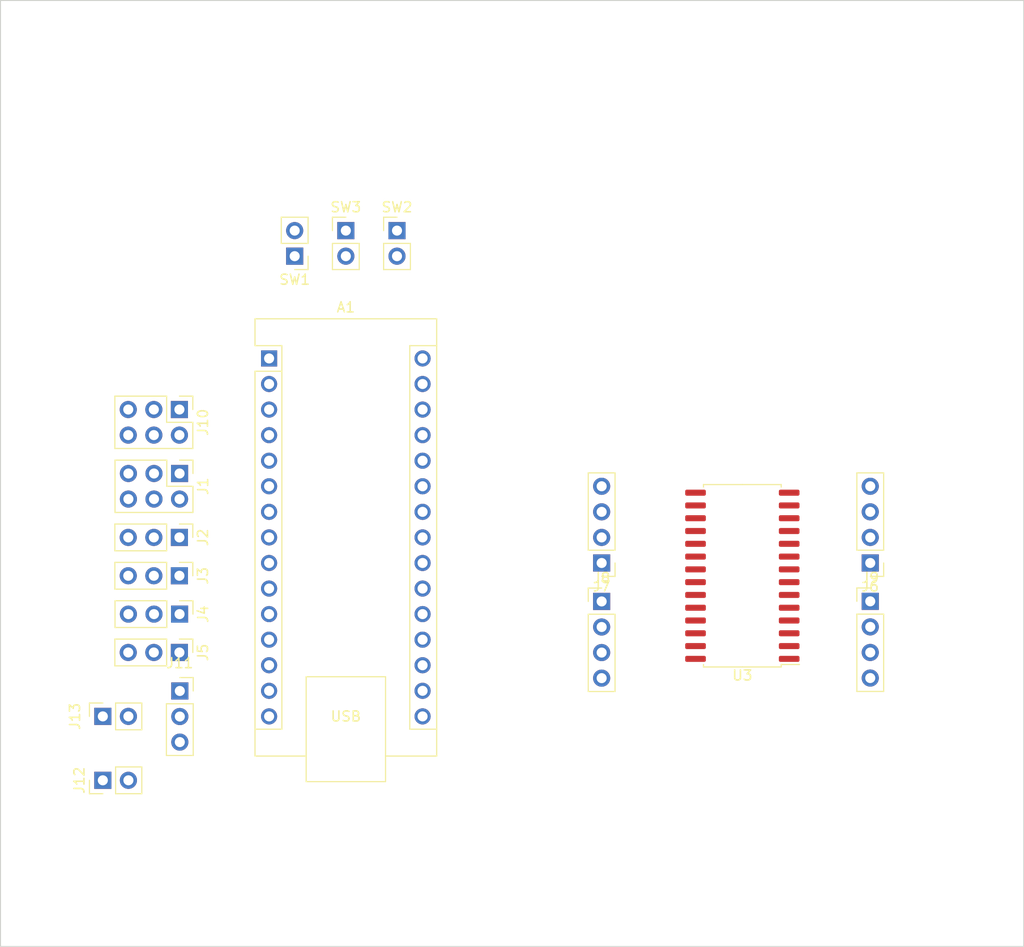
<source format=kicad_pcb>
(kicad_pcb (version 20221018) (generator pcbnew)
  (layers (0 "F.Cu" signal) (31 "B.Cu" signal) (34 "B.Paste" user) (35 "F.Paste" user) (36 "B.SilkS" user "B.Silkscreen") (37 "F.SilkS" user "F.Silkscreen") (38 "B.Mask" user) (39 "F.Mask" user) (44 "Edge.Cuts" user))
  (net 0 "")
  (net 3 "Net-(A1-~{RESET}-Pad3)")
  (net 4 "GND")
  (net 5 "Net-(A1-D2)")
  (net 6 "Net-(A1-D3)")
  (net 7 "Net-(A1-D4)")
  (net 8 "Net-(A1-D5)")
  (net 9 "Net-(A1-D6)")
  (net 10 "Net-(A1-D7)")
  (net 11 "Net-(A1-D8)")
  (net 12 "Net-(A1-D9)")
  (net 13 "Net-(A1-D10)")
  (net 14 "Net-(A1-D11)")
  (net 15 "Net-(A1-D12)")
  (net 16 "Net-(A1-D13)")
  (net 19 "Net-(A1-A0)")
  (net 20 "Net-(A1-A1)")
  (net 21 "Net-(A1-A2)")
  (net 22 "Net-(A1-A3)")
  (net 23 "Net-(A1-A4)")
  (net 24 "Net-(A1-A5)")
  (net 25 "Net-(A1-A6)")
  (net 26 "Net-(A1-A7)")
  (net 30 "+5V")
  (net 31 "Net-(J6-Pin_1)")
  (net 32 "Net-(J6-Pin_2)")
  (net 33 "Net-(J6-Pin_3)")
  (net 34 "Net-(J6-Pin_4)")
  (net 35 "Net-(J7-Pin_1)")
  (net 36 "Net-(J7-Pin_2)")
  (net 37 "Net-(J7-Pin_3)")
  (net 38 "Net-(J7-Pin_4)")
  (net 39 "Net-(J8-Pin_1)")
  (net 40 "Net-(J8-Pin_2)")
  (net 41 "Net-(J8-Pin_3)")
  (net 42 "Net-(J8-Pin_4)")
  (net 43 "Net-(J9-Pin_1)")
  (net 44 "Net-(J9-Pin_2)")
  (net 45 "Net-(J9-Pin_3)")
  (net 46 "Net-(J9-Pin_4)")
  (footprint "Connector_PinSocket_2.54mm:PinSocket_1x02_P2.54mm_Vertical" (layer "F.Cu") (at 147.32 115.57 90)
    (fp_text reference "J13" (at 0 -2.77 90) (layer "F.SilkS"))
    (fp_text value "Conn_MAX_Pwr")
    (fp_line (start -1.33 1.27) (end -1.33 3.87) (stroke (width 0.12)) (layer "F.SilkS"))
    (fp_line (start -1.33 1.27) (end 1.33 1.27) (stroke (width 0.12)) (layer "F.SilkS"))
    (fp_line (start -1.33 3.87) (end 1.33 3.87) (stroke (width 0.12)) (layer "F.SilkS"))
    (fp_line (start 0 -1.33) (end 1.33 -1.33) (stroke (width 0.12)) (layer "F.SilkS"))
    (fp_line (start 1.33 -1.33) (end 1.33 0) (stroke (width 0.12)) (layer "F.SilkS"))
    (fp_line (start 1.33 1.27) (end 1.33 3.87) (stroke (width 0.12)) (layer "F.SilkS"))
    (pad "1" thru_hole rect (at 0 0 90) (size 1.7 1.7) (drill 1) (layers "*.Cu" "*.Mask") (net 4 "GND"))
    (pad "2" thru_hole oval (at 0 2.54 90) (size 1.7 1.7) (drill 1) (layers "*.Cu" "*.Mask") (net 30 "+5V"))
  )
  (footprint "Connector_PinHeader_2.54mm:PinHeader_1x02_P2.54mm_Vertical" (layer "F.Cu") (at 176.53 67.31)
    (fp_text reference "SW2" (at 0 -2.33) (layer "F.SilkS"))
    (fp_text value "Zeroize Button")
    (fp_line (start -1.33 -1.33) (end 0 -1.33) (stroke (width 0.12)) (layer "F.SilkS"))
    (fp_line (start -1.33 0) (end -1.33 -1.33) (stroke (width 0.12)) (layer "F.SilkS"))
    (fp_line (start -1.33 1.27) (end -1.33 3.87) (stroke (width 0.12)) (layer "F.SilkS"))
    (fp_line (start -1.33 1.27) (end 1.33 1.27) (stroke (width 0.12)) (layer "F.SilkS"))
    (fp_line (start -1.33 3.87) (end 1.33 3.87) (stroke (width 0.12)) (layer "F.SilkS"))
    (fp_line (start 1.33 1.27) (end 1.33 3.87) (stroke (width 0.12)) (layer "F.SilkS"))
    (pad "1" thru_hole rect (at 0 0) (size 1.7 1.7) (drill 1) (layers "*.Cu" "*.Mask") (net 4 "GND"))
    (pad "2" thru_hole oval (at 0 2.54) (size 1.7 1.7) (drill 1) (layers "*.Cu" "*.Mask") (net 25 "Net-(A1-A6)"))
  )
  (footprint "Connector_PinHeader_2.54mm:PinHeader_1x04_P2.54mm_Vertical" (layer "F.Cu") (at 223.52 104.14)
    (fp_text reference "J9" (at 0 -2.33) (layer "F.SilkS"))
    (fp_text value "Conn_MOT_A")
    (fp_line (start -1.33 -1.33) (end 0 -1.33) (stroke (width 0.12)) (layer "F.SilkS"))
    (fp_line (start -1.33 0) (end -1.33 -1.33) (stroke (width 0.12)) (layer "F.SilkS"))
    (fp_line (start -1.33 1.27) (end -1.33 8.95) (stroke (width 0.12)) (layer "F.SilkS"))
    (fp_line (start -1.33 1.27) (end 1.33 1.27) (stroke (width 0.12)) (layer "F.SilkS"))
    (fp_line (start -1.33 8.95) (end 1.33 8.95) (stroke (width 0.12)) (layer "F.SilkS"))
    (fp_line (start 1.33 1.27) (end 1.33 8.95) (stroke (width 0.12)) (layer "F.SilkS"))
    (pad "1" thru_hole rect (at 0 0) (size 1.7 1.7) (drill 1) (layers "*.Cu" "*.Mask") (net 43 "Net-(J9-Pin_1)"))
    (pad "2" thru_hole oval (at 0 2.54) (size 1.7 1.7) (drill 1) (layers "*.Cu" "*.Mask") (net 44 "Net-(J9-Pin_2)"))
    (pad "3" thru_hole oval (at 0 5.08) (size 1.7 1.7) (drill 1) (layers "*.Cu" "*.Mask") (net 45 "Net-(J9-Pin_3)"))
    (pad "4" thru_hole oval (at 0 7.62) (size 1.7 1.7) (drill 1) (layers "*.Cu" "*.Mask") (net 46 "Net-(J9-Pin_4)"))
  )
  (footprint "Connector_PinSocket_2.54mm:PinSocket_1x03_P2.54mm_Vertical" (layer "F.Cu") (at 154.965 113.045)
    (fp_text reference "J11" (at 0 -2.77) (layer "F.SilkS"))
    (fp_text value "Conn_MAX7219")
    (fp_line (start -1.33 1.27) (end -1.33 6.41) (stroke (width 0.12)) (layer "F.SilkS"))
    (fp_line (start -1.33 1.27) (end 1.33 1.27) (stroke (width 0.12)) (layer "F.SilkS"))
    (fp_line (start -1.33 6.41) (end 1.33 6.41) (stroke (width 0.12)) (layer "F.SilkS"))
    (fp_line (start 0 -1.33) (end 1.33 -1.33) (stroke (width 0.12)) (layer "F.SilkS"))
    (fp_line (start 1.33 -1.33) (end 1.33 0) (stroke (width 0.12)) (layer "F.SilkS"))
    (fp_line (start 1.33 1.27) (end 1.33 6.41) (stroke (width 0.12)) (layer "F.SilkS"))
    (pad "1" thru_hole rect (at 0 0) (size 1.7 1.7) (drill 1) (layers "*.Cu" "*.Mask") (net 13 "Net-(A1-D10)"))
    (pad "2" thru_hole oval (at 0 2.54) (size 1.7 1.7) (drill 1) (layers "*.Cu" "*.Mask") (net 14 "Net-(A1-D11)"))
    (pad "3" thru_hole oval (at 0 5.08) (size 1.7 1.7) (drill 1) (layers "*.Cu" "*.Mask") (net 15 "Net-(A1-D12)"))
  )
  (footprint "Connector_PinHeader_2.54mm:PinHeader_1x02_P2.54mm_Vertical" (layer "F.Cu") (at 166.37 69.85 180)
    (fp_text reference "SW1" (at 0 -2.33) (layer "F.SilkS"))
    (fp_text value "Reset Button")
    (fp_line (start -1.33 -1.33) (end 0 -1.33) (stroke (width 0.12)) (layer "F.SilkS"))
    (fp_line (start -1.33 0) (end -1.33 -1.33) (stroke (width 0.12)) (layer "F.SilkS"))
    (fp_line (start -1.33 1.27) (end -1.33 3.87) (stroke (width 0.12)) (layer "F.SilkS"))
    (fp_line (start -1.33 1.27) (end 1.33 1.27) (stroke (width 0.12)) (layer "F.SilkS"))
    (fp_line (start -1.33 3.87) (end 1.33 3.87) (stroke (width 0.12)) (layer "F.SilkS"))
    (fp_line (start 1.33 1.27) (end 1.33 3.87) (stroke (width 0.12)) (layer "F.SilkS"))
    (pad "1" thru_hole rect (at 0 0 180) (size 1.7 1.7) (drill 1) (layers "*.Cu" "*.Mask") (net 3 "Net-(A1-~{RESET}-Pad3)"))
    (pad "2" thru_hole oval (at 0 2.54 180) (size 1.7 1.7) (drill 1) (layers "*.Cu" "*.Mask") (net 4 "GND"))
  )
  (footprint "Connector_PinHeader_2.54mm:PinHeader_2x03_P2.54mm_Vertical" (layer "F.Cu") (at 154.94 91.44 -90)
    (fp_text reference "J1" (at 1.27 -2.33 90) (layer "F.SilkS"))
    (fp_text value "Conn_MM5451")
    (fp_line (start -1.33 -1.33) (end 0 -1.33) (stroke (width 0.12)) (layer "F.SilkS"))
    (fp_line (start -1.33 0) (end -1.33 -1.33) (stroke (width 0.12)) (layer "F.SilkS"))
    (fp_line (start -1.33 1.27) (end -1.33 6.41) (stroke (width 0.12)) (layer "F.SilkS"))
    (fp_line (start -1.33 1.27) (end 1.27 1.27) (stroke (width 0.12)) (layer "F.SilkS"))
    (fp_line (start -1.33 6.41) (end 3.87 6.41) (stroke (width 0.12)) (layer "F.SilkS"))
    (fp_line (start 1.27 -1.33) (end 3.87 -1.33) (stroke (width 0.12)) (layer "F.SilkS"))
    (fp_line (start 1.27 1.27) (end 1.27 -1.33) (stroke (width 0.12)) (layer "F.SilkS"))
    (fp_line (start 3.87 -1.33) (end 3.87 6.41) (stroke (width 0.12)) (layer "F.SilkS"))
    (pad "1" thru_hole rect (at 0 0 270) (size 1.7 1.7) (drill 1) (layers "*.Cu" "*.Mask") (net 7 "Net-(A1-D4)"))
    (pad "2" thru_hole oval (at 2.54 0 270) (size 1.7 1.7) (drill 1) (layers "*.Cu" "*.Mask") (net 8 "Net-(A1-D5)"))
    (pad "3" thru_hole oval (at 0 2.54 270) (size 1.7 1.7) (drill 1) (layers "*.Cu" "*.Mask") (net 30 "+5V"))
    (pad "4" thru_hole oval (at 2.54 2.54 270) (size 1.7 1.7) (drill 1) (layers "*.Cu" "*.Mask"))
    (pad "5" thru_hole oval (at 0 5.08 270) (size 1.7 1.7) (drill 1) (layers "*.Cu" "*.Mask") (net 4 "GND"))
    (pad "6" thru_hole oval (at 2.54 5.08 270) (size 1.7 1.7) (drill 1) (layers "*.Cu" "*.Mask"))
  )
  (footprint "Connector_PinHeader_2.54mm:PinHeader_1x03_P2.54mm_Vertical" (layer "F.Cu") (at 154.925 97.79 -90)
    (fp_text reference "J2" (at 0 -2.33 90) (layer "F.SilkS"))
    (fp_text value "Conn_HYDA")
    (fp_line (start -1.33 -1.33) (end 0 -1.33) (stroke (width 0.12)) (layer "F.SilkS"))
    (fp_line (start -1.33 0) (end -1.33 -1.33) (stroke (width 0.12)) (layer "F.SilkS"))
    (fp_line (start -1.33 1.27) (end -1.33 6.41) (stroke (width 0.12)) (layer "F.SilkS"))
    (fp_line (start -1.33 1.27) (end 1.33 1.27) (stroke (width 0.12)) (layer "F.SilkS"))
    (fp_line (start -1.33 6.41) (end 1.33 6.41) (stroke (width 0.12)) (layer "F.SilkS"))
    (fp_line (start 1.33 1.27) (end 1.33 6.41) (stroke (width 0.12)) (layer "F.SilkS"))
    (pad "1" thru_hole rect (at 0 0 270) (size 1.7 1.7) (drill 1) (layers "*.Cu" "*.Mask") (net 9 "Net-(A1-D6)"))
    (pad "2" thru_hole oval (at 0 2.54 270) (size 1.7 1.7) (drill 1) (layers "*.Cu" "*.Mask") (net 30 "+5V"))
    (pad "3" thru_hole oval (at 0 5.08 270) (size 1.7 1.7) (drill 1) (layers "*.Cu" "*.Mask") (net 4 "GND"))
  )
  (footprint "Connector_PinHeader_2.54mm:PinHeader_1x03_P2.54mm_Vertical" (layer "F.Cu") (at 154.925 109.22 -90)
    (fp_text reference "J5" (at 0 -2.33 90) (layer "F.SilkS"))
    (fp_text value "Conn_FUEL_AL")
    (fp_line (start -1.33 -1.33) (end 0 -1.33) (stroke (width 0.12)) (layer "F.SilkS"))
    (fp_line (start -1.33 0) (end -1.33 -1.33) (stroke (width 0.12)) (layer "F.SilkS"))
    (fp_line (start -1.33 1.27) (end -1.33 6.41) (stroke (width 0.12)) (layer "F.SilkS"))
    (fp_line (start -1.33 1.27) (end 1.33 1.27) (stroke (width 0.12)) (layer "F.SilkS"))
    (fp_line (start -1.33 6.41) (end 1.33 6.41) (stroke (width 0.12)) (layer "F.SilkS"))
    (fp_line (start 1.33 1.27) (end 1.33 6.41) (stroke (width 0.12)) (layer "F.SilkS"))
    (pad "1" thru_hole rect (at 0 0 270) (size 1.7 1.7) (drill 1) (layers "*.Cu" "*.Mask") (net 12 "Net-(A1-D9)"))
    (pad "2" thru_hole oval (at 0 2.54 270) (size 1.7 1.7) (drill 1) (layers "*.Cu" "*.Mask") (net 30 "+5V"))
    (pad "3" thru_hole oval (at 0 5.08 270) (size 1.7 1.7) (drill 1) (layers "*.Cu" "*.Mask") (net 4 "GND"))
  )
  (footprint "Connector_PinHeader_2.54mm:PinHeader_1x04_P2.54mm_Vertical" (layer "F.Cu") (at 196.85 104.15)
    (fp_text reference "J8" (at 0 -2.33) (layer "F.SilkS"))
    (fp_text value "Conn_MOT_B")
    (fp_line (start -1.33 -1.33) (end 0 -1.33) (stroke (width 0.12)) (layer "F.SilkS"))
    (fp_line (start -1.33 0) (end -1.33 -1.33) (stroke (width 0.12)) (layer "F.SilkS"))
    (fp_line (start -1.33 1.27) (end -1.33 8.95) (stroke (width 0.12)) (layer "F.SilkS"))
    (fp_line (start -1.33 1.27) (end 1.33 1.27) (stroke (width 0.12)) (layer "F.SilkS"))
    (fp_line (start -1.33 8.95) (end 1.33 8.95) (stroke (width 0.12)) (layer "F.SilkS"))
    (fp_line (start 1.33 1.27) (end 1.33 8.95) (stroke (width 0.12)) (layer "F.SilkS"))
    (pad "1" thru_hole rect (at 0 0) (size 1.7 1.7) (drill 1) (layers "*.Cu" "*.Mask") (net 39 "Net-(J8-Pin_1)"))
    (pad "2" thru_hole oval (at 0 2.54) (size 1.7 1.7) (drill 1) (layers "*.Cu" "*.Mask") (net 40 "Net-(J8-Pin_2)"))
    (pad "3" thru_hole oval (at 0 5.08) (size 1.7 1.7) (drill 1) (layers "*.Cu" "*.Mask") (net 41 "Net-(J8-Pin_3)"))
    (pad "4" thru_hole oval (at 0 7.62) (size 1.7 1.7) (drill 1) (layers "*.Cu" "*.Mask") (net 42 "Net-(J8-Pin_4)"))
  )
  (footprint "Package_SO:SOIC-28W_7.5x17.9mm_P1.27mm" (layer "F.Cu") (at 210.82 101.6 180)
    (fp_text reference "U3" (at 0 -9.9) (layer "F.SilkS"))
    (fp_text value "VID6606")
    (fp_line (start -3.86 -9.06) (end -3.86 -8.815) (stroke (width 0.12)) (layer "F.SilkS"))
    (fp_line (start -3.86 -8.815) (end -5.675 -8.815) (stroke (width 0.12)) (layer "F.SilkS"))
    (fp_line (start -3.86 9.06) (end -3.86 8.815) (stroke (width 0.12)) (layer "F.SilkS"))
    (fp_line (start 0 -9.06) (end -3.86 -9.06) (stroke (width 0.12)) (layer "F.SilkS"))
    (fp_line (start 0 -9.06) (end 3.86 -9.06) (stroke (width 0.12)) (layer "F.SilkS"))
    (fp_line (start 0 9.06) (end -3.86 9.06) (stroke (width 0.12)) (layer "F.SilkS"))
    (fp_line (start 0 9.06) (end 3.86 9.06) (stroke (width 0.12)) (layer "F.SilkS"))
    (fp_line (start 3.86 -9.06) (end 3.86 -8.815) (stroke (width 0.12)) (layer "F.SilkS"))
    (fp_line (start 3.86 9.06) (end 3.86 8.815) (stroke (width 0.12)) (layer "F.SilkS"))
    (pad "1" smd roundrect (at -4.65 -8.255 180) (size 2.05 0.6) (layers "F.Cu" "F.Paste" "F.Mask") (net 4 "GND"))
    (pad "2" smd roundrect (at -4.65 -6.985 180) (size 2.05 0.6) (layers "F.Cu" "F.Paste" "F.Mask") (net 21 "Net-(A1-A2)"))
    (pad "3" smd roundrect (at -4.65 -5.715 180) (size 2.05 0.6) (layers "F.Cu" "F.Paste" "F.Mask") (net 22 "Net-(A1-A3)"))
    (pad "4" smd roundrect (at -4.65 -4.445 180) (size 2.05 0.6) (layers "F.Cu" "F.Paste" "F.Mask") (net 46 "Net-(J9-Pin_4)"))
    (pad "5" smd roundrect (at -4.65 -3.175 180) (size 2.05 0.6) (layers "F.Cu" "F.Paste" "F.Mask") (net 45 "Net-(J9-Pin_3)"))
    (pad "6" smd roundrect (at -4.65 -1.905 180) (size 2.05 0.6) (layers "F.Cu" "F.Paste" "F.Mask") (net 44 "Net-(J9-Pin_2)"))
    (pad "7" smd roundrect (at -4.65 -0.635 180) (size 2.05 0.6) (layers "F.Cu" "F.Paste" "F.Mask") (net 43 "Net-(J9-Pin_1)"))
    (pad "8" smd roundrect (at -4.65 0.635 180) (size 2.05 0.6) (layers "F.Cu" "F.Paste" "F.Mask") (net 31 "Net-(J6-Pin_1)"))
    (pad "9" smd roundrect (at -4.65 1.905 180) (size 2.05 0.6) (layers "F.Cu" "F.Paste" "F.Mask") (net 32 "Net-(J6-Pin_2)"))
    (pad "10" smd roundrect (at -4.65 3.175 180) (size 2.05 0.6) (layers "F.Cu" "F.Paste" "F.Mask") (net 33 "Net-(J6-Pin_3)"))
    (pad "11" smd roundrect (at -4.65 4.445 180) (size 2.05 0.6) (layers "F.Cu" "F.Paste" "F.Mask") (net 34 "Net-(J6-Pin_4)"))
    (pad "12" smd roundrect (at -4.65 5.715 180) (size 2.05 0.6) (layers "F.Cu" "F.Paste" "F.Mask") (net 30 "+5V"))
    (pad "13" smd roundrect (at -4.65 6.985 180) (size 2.05 0.6) (layers "F.Cu" "F.Paste" "F.Mask") (net 19 "Net-(A1-A0)"))
    (pad "14" smd roundrect (at -4.65 8.255 180) (size 2.05 0.6) (layers "F.Cu" "F.Paste" "F.Mask") (net 20 "Net-(A1-A1)"))
    (pad "15" smd roundrect (at 4.65 8.255 180) (size 2.05 0.6) (layers "F.Cu" "F.Paste" "F.Mask") (net 4 "GND"))
    (pad "16" smd roundrect (at 4.65 6.985 180) (size 2.05 0.6) (layers "F.Cu" "F.Paste" "F.Mask"))
    (pad "17" smd roundrect (at 4.65 5.715 180) (size 2.05 0.6) (layers "F.Cu" "F.Paste" "F.Mask"))
    (pad "18" smd roundrect (at 4.65 4.445 180) (size 2.05 0.6) (layers "F.Cu" "F.Paste" "F.Mask") (net 38 "Net-(J7-Pin_4)"))
    (pad "19" smd roundrect (at 4.65 3.175 180) (size 2.05 0.6) (layers "F.Cu" "F.Paste" "F.Mask") (net 37 "Net-(J7-Pin_3)"))
    (pad "20" smd roundrect (at 4.65 1.905 180) (size 2.05 0.6) (layers "F.Cu" "F.Paste" "F.Mask") (net 36 "Net-(J7-Pin_2)"))
    (pad "21" smd roundrect (at 4.65 0.635 180) (size 2.05 0.6) (layers "F.Cu" "F.Paste" "F.Mask") (net 35 "Net-(J7-Pin_1)"))
    (pad "22" smd roundrect (at 4.65 -0.635 180) (size 2.05 0.6) (layers "F.Cu" "F.Paste" "F.Mask") (net 39 "Net-(J8-Pin_1)"))
    (pad "23" smd roundrect (at 4.65 -1.905 180) (size 2.05 0.6) (layers "F.Cu" "F.Paste" "F.Mask") (net 40 "Net-(J8-Pin_2)"))
    (pad "24" smd roundrect (at 4.65 -3.175 180) (size 2.05 0.6) (layers "F.Cu" "F.Paste" "F.Mask") (net 41 "Net-(J8-Pin_3)"))
    (pad "25" smd roundrect (at 4.65 -4.445 180) (size 2.05 0.6) (layers "F.Cu" "F.Paste" "F.Mask") (net 42 "Net-(J8-Pin_4)"))
    (pad "26" smd roundrect (at 4.65 -5.715 180) (size 2.05 0.6) (layers "F.Cu" "F.Paste" "F.Mask") (net 16 "Net-(A1-D13)"))
    (pad "27" smd roundrect (at 4.65 -6.985 180) (size 2.05 0.6) (layers "F.Cu" "F.Paste" "F.Mask") (net 23 "Net-(A1-A4)"))
    (pad "28" smd roundrect (at 4.65 -8.255 180) (size 2.05 0.6) (layers "F.Cu" "F.Paste" "F.Mask") (net 24 "Net-(A1-A5)"))
  )
  (footprint "Connector_PinHeader_2.54mm:PinHeader_1x04_P2.54mm_Vertical" (layer "F.Cu") (at 196.85 100.33 180)
    (fp_text reference "J7" (at 0 -2.33) (layer "F.SilkS"))
    (fp_text value "Conn_MOT_C")
    (fp_line (start -1.33 -1.33) (end 0 -1.33) (stroke (width 0.12)) (layer "F.SilkS"))
    (fp_line (start -1.33 0) (end -1.33 -1.33) (stroke (width 0.12)) (layer "F.SilkS"))
    (fp_line (start -1.33 1.27) (end -1.33 8.95) (stroke (width 0.12)) (layer "F.SilkS"))
    (fp_line (start -1.33 1.27) (end 1.33 1.27) (stroke (width 0.12)) (layer "F.SilkS"))
    (fp_line (start -1.33 8.95) (end 1.33 8.95) (stroke (width 0.12)) (layer "F.SilkS"))
    (fp_line (start 1.33 1.27) (end 1.33 8.95) (stroke (width 0.12)) (layer "F.SilkS"))
    (pad "1" thru_hole rect (at 0 0 180) (size 1.7 1.7) (drill 1) (layers "*.Cu" "*.Mask") (net 35 "Net-(J7-Pin_1)"))
    (pad "2" thru_hole oval (at 0 2.54 180) (size 1.7 1.7) (drill 1) (layers "*.Cu" "*.Mask") (net 36 "Net-(J7-Pin_2)"))
    (pad "3" thru_hole oval (at 0 5.08 180) (size 1.7 1.7) (drill 1) (layers "*.Cu" "*.Mask") (net 37 "Net-(J7-Pin_3)"))
    (pad "4" thru_hole oval (at 0 7.62 180) (size 1.7 1.7) (drill 1) (layers "*.Cu" "*.Mask") (net 38 "Net-(J7-Pin_4)"))
  )
  (footprint "Connector_PinHeader_2.54mm:PinHeader_1x03_P2.54mm_Vertical" (layer "F.Cu") (at 154.94 105.41 -90)
    (fp_text reference "J4" (at 0 -2.33 90) (layer "F.SilkS"))
    (fp_text value "Conn_FUEL_FR")
    (fp_line (start -1.33 -1.33) (end 0 -1.33) (stroke (width 0.12)) (layer "F.SilkS"))
    (fp_line (start -1.33 0) (end -1.33 -1.33) (stroke (width 0.12)) (layer "F.SilkS"))
    (fp_line (start -1.33 1.27) (end -1.33 6.41) (stroke (width 0.12)) (layer "F.SilkS"))
    (fp_line (start -1.33 1.27) (end 1.33 1.27) (stroke (width 0.12)) (layer "F.SilkS"))
    (fp_line (start -1.33 6.41) (end 1.33 6.41) (stroke (width 0.12)) (layer "F.SilkS"))
    (fp_line (start 1.33 1.27) (end 1.33 6.41) (stroke (width 0.12)) (layer "F.SilkS"))
    (pad "1" thru_hole rect (at 0 0 270) (size 1.7 1.7) (drill 1) (layers "*.Cu" "*.Mask") (net 11 "Net-(A1-D8)"))
    (pad "2" thru_hole oval (at 0 2.54 270) (size 1.7 1.7) (drill 1) (layers "*.Cu" "*.Mask") (net 30 "+5V"))
    (pad "3" thru_hole oval (at 0 5.08 270) (size 1.7 1.7) (drill 1) (layers "*.Cu" "*.Mask") (net 4 "GND"))
  )
  (footprint "Connector_PinHeader_2.54mm:PinHeader_1x03_P2.54mm_Vertical" (layer "F.Cu") (at 154.925 101.6 -90)
    (fp_text reference "J3" (at 0 -2.33 90) (layer "F.SilkS"))
    (fp_text value "Conn_HYDB")
    (fp_line (start -1.33 -1.33) (end 0 -1.33) (stroke (width 0.12)) (layer "F.SilkS"))
    (fp_line (start -1.33 0) (end -1.33 -1.33) (stroke (width 0.12)) (layer "F.SilkS"))
    (fp_line (start -1.33 1.27) (end -1.33 6.41) (stroke (width 0.12)) (layer "F.SilkS"))
    (fp_line (start -1.33 1.27) (end 1.33 1.27) (stroke (width 0.12)) (layer "F.SilkS"))
    (fp_line (start -1.33 6.41) (end 1.33 6.41) (stroke (width 0.12)) (layer "F.SilkS"))
    (fp_line (start 1.33 1.27) (end 1.33 6.41) (stroke (width 0.12)) (layer "F.SilkS"))
    (pad "1" thru_hole rect (at 0 0 270) (size 1.7 1.7) (drill 1) (layers "*.Cu" "*.Mask") (net 10 "Net-(A1-D7)"))
    (pad "2" thru_hole oval (at 0 2.54 270) (size 1.7 1.7) (drill 1) (layers "*.Cu" "*.Mask") (net 30 "+5V"))
    (pad "3" thru_hole oval (at 0 5.08 270) (size 1.7 1.7) (drill 1) (layers "*.Cu" "*.Mask") (net 4 "GND"))
  )
  (footprint "Module:Arduino_Nano" (layer "F.Cu") (at 163.83 80.01)
    (fp_text reference "A1" (at 7.62 -5.08) (layer "F.SilkS"))
    (fp_text value "Arduino_Nano_v3.x")
    (fp_text user "USB" (at 7.62 35.56 unlocked) (layer "F.SilkS"))
    (fp_line (start -1.4 -3.94) (end -1.4 -1.27) (stroke (width 0.12)) (layer "F.SilkS"))
    (fp_line (start -1.4 1.27) (end -1.4 39.5) (stroke (width 0.12)) (layer "F.SilkS"))
    (fp_line (start -1.4 39.5) (end 3.68 39.5) (stroke (width 0.12)) (layer "F.SilkS"))
    (fp_line (start 1.27 -1.27) (end -1.4 -1.27) (stroke (width 0.12)) (layer "F.SilkS"))
    (fp_line (start 1.27 1.27) (end -1.4 1.27) (stroke (width 0.12)) (layer "F.SilkS"))
    (fp_line (start 1.27 1.27) (end 1.27 -1.27) (stroke (width 0.12)) (layer "F.SilkS"))
    (fp_line (start 1.27 1.27) (end 1.27 36.83) (stroke (width 0.12)) (layer "F.SilkS"))
    (fp_line (start 1.27 36.83) (end -1.4 36.83) (stroke (width 0.12)) (layer "F.SilkS"))
    (fp_line (start 3.68 31.62) (end 11.56 31.62) (stroke (width 0.12)) (layer "F.SilkS"))
    (fp_line (start 3.68 42.04) (end 3.68 31.62) (stroke (width 0.12)) (layer "F.SilkS"))
    (fp_line (start 11.56 31.62) (end 11.56 42.04) (stroke (width 0.12)) (layer "F.SilkS"))
    (fp_line (start 11.56 42.04) (end 3.68 42.04) (stroke (width 0.12)) (layer "F.SilkS"))
    (fp_line (start 13.97 -1.27) (end 13.97 36.83) (stroke (width 0.12)) (layer "F.SilkS"))
    (fp_line (start 13.97 -1.27) (end 16.64 -1.27) (stroke (width 0.12)) (layer "F.SilkS"))
    (fp_line (start 13.97 36.83) (end 16.64 36.83) (stroke (width 0.12)) (layer "F.SilkS"))
    (fp_line (start 16.64 -3.94) (end -1.4 -3.94) (stroke (width 0.12)) (layer "F.SilkS"))
    (fp_line (start 16.64 39.5) (end 11.56 39.5) (stroke (width 0.12)) (layer "F.SilkS"))
    (fp_line (start 16.64 39.5) (end 16.64 -3.94) (stroke (width 0.12)) (layer "F.SilkS"))
    (pad "1" thru_hole rect (at 0 0) (size 1.6 1.6) (drill 1) (layers "*.Cu" "*.Mask"))
    (pad "2" thru_hole oval (at 0 2.54) (size 1.6 1.6) (drill 1) (layers "*.Cu" "*.Mask"))
    (pad "3" thru_hole oval (at 0 5.08) (size 1.6 1.6) (drill 1) (layers "*.Cu" "*.Mask") (net 3 "Net-(A1-~{RESET}-Pad3)"))
    (pad "4" thru_hole oval (at 0 7.62) (size 1.6 1.6) (drill 1) (layers "*.Cu" "*.Mask") (net 4 "GND"))
    (pad "5" thru_hole oval (at 0 10.16) (size 1.6 1.6) (drill 1) (layers "*.Cu" "*.Mask") (net 5 "Net-(A1-D2)"))
    (pad "6" thru_hole oval (at 0 12.7) (size 1.6 1.6) (drill 1) (layers "*.Cu" "*.Mask") (net 6 "Net-(A1-D3)"))
    (pad "7" thru_hole oval (at 0 15.24) (size 1.6 1.6) (drill 1) (layers "*.Cu" "*.Mask") (net 7 "Net-(A1-D4)"))
    (pad "8" thru_hole oval (at 0 17.78) (size 1.6 1.6) (drill 1) (layers "*.Cu" "*.Mask") (net 8 "Net-(A1-D5)"))
    (pad "9" thru_hole oval (at 0 20.32) (size 1.6 1.6) (drill 1) (layers "*.Cu" "*.Mask") (net 9 "Net-(A1-D6)"))
    (pad "10" thru_hole oval (at 0 22.86) (size 1.6 1.6) (drill 1) (layers "*.Cu" "*.Mask") (net 10 "Net-(A1-D7)"))
    (pad "11" thru_hole oval (at 0 25.4) (size 1.6 1.6) (drill 1) (layers "*.Cu" "*.Mask") (net 11 "Net-(A1-D8)"))
    (pad "12" thru_hole oval (at 0 27.94) (size 1.6 1.6) (drill 1) (layers "*.Cu" "*.Mask") (net 12 "Net-(A1-D9)"))
    (pad "13" thru_hole oval (at 0 30.48) (size 1.6 1.6) (drill 1) (layers "*.Cu" "*.Mask") (net 13 "Net-(A1-D10)"))
    (pad "14" thru_hole oval (at 0 33.02) (size 1.6 1.6) (drill 1) (layers "*.Cu" "*.Mask") (net 14 "Net-(A1-D11)"))
    (pad "15" thru_hole oval (at 0 35.56) (size 1.6 1.6) (drill 1) (layers "*.Cu" "*.Mask") (net 15 "Net-(A1-D12)"))
    (pad "16" thru_hole oval (at 15.24 35.56) (size 1.6 1.6) (drill 1) (layers "*.Cu" "*.Mask") (net 16 "Net-(A1-D13)"))
    (pad "17" thru_hole oval (at 15.24 33.02) (size 1.6 1.6) (drill 1) (layers "*.Cu" "*.Mask"))
    (pad "18" thru_hole oval (at 15.24 30.48) (size 1.6 1.6) (drill 1) (layers "*.Cu" "*.Mask"))
    (pad "19" thru_hole oval (at 15.24 27.94) (size 1.6 1.6) (drill 1) (layers "*.Cu" "*.Mask") (net 19 "Net-(A1-A0)"))
    (pad "20" thru_hole oval (at 15.24 25.4) (size 1.6 1.6) (drill 1) (layers "*.Cu" "*.Mask") (net 20 "Net-(A1-A1)"))
    (pad "21" thru_hole oval (at 15.24 22.86) (size 1.6 1.6) (drill 1) (layers "*.Cu" "*.Mask") (net 21 "Net-(A1-A2)"))
    (pad "22" thru_hole oval (at 15.24 20.32) (size 1.6 1.6) (drill 1) (layers "*.Cu" "*.Mask") (net 22 "Net-(A1-A3)"))
    (pad "23" thru_hole oval (at 15.24 17.78) (size 1.6 1.6) (drill 1) (layers "*.Cu" "*.Mask") (net 23 "Net-(A1-A4)"))
    (pad "24" thru_hole oval (at 15.24 15.24) (size 1.6 1.6) (drill 1) (layers "*.Cu" "*.Mask") (net 24 "Net-(A1-A5)"))
    (pad "25" thru_hole oval (at 15.24 12.7) (size 1.6 1.6) (drill 1) (layers "*.Cu" "*.Mask") (net 25 "Net-(A1-A6)"))
    (pad "26" thru_hole oval (at 15.24 10.16) (size 1.6 1.6) (drill 1) (layers "*.Cu" "*.Mask") (net 26 "Net-(A1-A7)"))
    (pad "27" thru_hole oval (at 15.24 7.62) (size 1.6 1.6) (drill 1) (layers "*.Cu" "*.Mask"))
    (pad "28" thru_hole oval (at 15.24 5.08) (size 1.6 1.6) (drill 1) (layers "*.Cu" "*.Mask"))
    (pad "29" thru_hole oval (at 15.24 2.54) (size 1.6 1.6) (drill 1) (layers "*.Cu" "*.Mask") (net 4 "GND"))
    (pad "30" thru_hole oval (at 15.24 0) (size 1.6 1.6) (drill 1) (layers "*.Cu" "*.Mask"))
  )
  (footprint "Connector_PinHeader_2.54mm:PinHeader_2x03_P2.54mm_Vertical" (layer "F.Cu") (at 154.925 85.085 -90)
    (fp_text reference "J10" (at 1.27 -2.33 90) (layer "F.SilkS"))
    (fp_text value "Conn_EA_GLCD")
    (fp_line (start -1.33 -1.33) (end 0 -1.33) (stroke (width 0.12)) (layer "F.SilkS"))
    (fp_line (start -1.33 0) (end -1.33 -1.33) (stroke (width 0.12)) (layer "F.SilkS"))
    (fp_line (start -1.33 1.27) (end -1.33 6.41) (stroke (width 0.12)) (layer "F.SilkS"))
    (fp_line (start -1.33 1.27) (end 1.27 1.27) (stroke (width 0.12)) (layer "F.SilkS"))
    (fp_line (start -1.33 6.41) (end 3.87 6.41) (stroke (width 0.12)) (layer "F.SilkS"))
    (fp_line (start 1.27 -1.33) (end 3.87 -1.33) (stroke (width 0.12)) (layer "F.SilkS"))
    (fp_line (start 1.27 1.27) (end 1.27 -1.33) (stroke (width 0.12)) (layer "F.SilkS"))
    (fp_line (start 3.87 -1.33) (end 3.87 6.41) (stroke (width 0.12)) (layer "F.SilkS"))
    (pad "1" thru_hole rect (at 0 0 270) (size 1.7 1.7) (drill 1) (layers "*.Cu" "*.Mask") (net 5 "Net-(A1-D2)"))
    (pad "2" thru_hole oval (at 2.54 0 270) (size 1.7 1.7) (drill 1) (layers "*.Cu" "*.Mask") (net 6 "Net-(A1-D3)"))
    (pad "3" thru_hole oval (at 0 2.54 270) (size 1.7 1.7) (drill 1) (layers "*.Cu" "*.Mask") (net 30 "+5V"))
    (pad "4" thru_hole oval (at 2.54 2.54 270) (size 1.7 1.7) (drill 1) (layers "*.Cu" "*.Mask"))
    (pad "5" thru_hole oval (at 0 5.08 270) (size 1.7 1.7) (drill 1) (layers "*.Cu" "*.Mask") (net 4 "GND"))
    (pad "6" thru_hole oval (at 2.54 5.08 270) (size 1.7 1.7) (drill 1) (layers "*.Cu" "*.Mask"))
  )
  (footprint "Connector_PinHeader_2.54mm:PinHeader_1x02_P2.54mm_Vertical" (layer "F.Cu") (at 171.45 67.31)
    (fp_text reference "SW3" (at 0 -2.33) (layer "F.SilkS"))
    (fp_text value "Zeroize Sensor")
    (fp_line (start -1.33 -1.33) (end 0 -1.33) (stroke (width 0.12)) (layer "F.SilkS"))
    (fp_line (start -1.33 0) (end -1.33 -1.33) (stroke (width 0.12)) (layer "F.SilkS"))
    (fp_line (start -1.33 1.27) (end -1.33 3.87) (stroke (width 0.12)) (layer "F.SilkS"))
    (fp_line (start -1.33 1.27) (end 1.33 1.27) (stroke (width 0.12)) (layer "F.SilkS"))
    (fp_line (start -1.33 3.87) (end 1.33 3.87) (stroke (width 0.12)) (layer "F.SilkS"))
    (fp_line (start 1.33 1.27) (end 1.33 3.87) (stroke (width 0.12)) (layer "F.SilkS"))
    (pad "1" thru_hole rect (at 0 0) (size 1.7 1.7) (drill 1) (layers "*.Cu" "*.Mask") (net 4 "GND"))
    (pad "2" thru_hole oval (at 0 2.54) (size 1.7 1.7) (drill 1) (layers "*.Cu" "*.Mask") (net 26 "Net-(A1-A7)"))
  )
  (footprint "Connector_PinHeader_2.54mm:PinHeader_1x02_P2.54mm_Vertical" (layer "F.Cu") (at 147.32 121.92 90)
    (fp_text reference "J12" (at 0 -2.33 90) (layer "F.SilkS"))
    (fp_text value "Conn_PWRInput")
    (fp_line (start -1.33 -1.33) (end 0 -1.33) (stroke (width 0.12)) (layer "F.SilkS"))
    (fp_line (start -1.33 0) (end -1.33 -1.33) (stroke (width 0.12)) (layer "F.SilkS"))
    (fp_line (start -1.33 1.27) (end -1.33 3.87) (stroke (width 0.12)) (layer "F.SilkS"))
    (fp_line (start -1.33 1.27) (end 1.33 1.27) (stroke (width 0.12)) (layer "F.SilkS"))
    (fp_line (start -1.33 3.87) (end 1.33 3.87) (stroke (width 0.12)) (layer "F.SilkS"))
    (fp_line (start 1.33 1.27) (end 1.33 3.87) (stroke (width 0.12)) (layer "F.SilkS"))
    (pad "1" thru_hole rect (at 0 0 90) (size 1.7 1.7) (drill 1) (layers "*.Cu" "*.Mask") (net 4 "GND"))
    (pad "2" thru_hole oval (at 0 2.54 90) (size 1.7 1.7) (drill 1) (layers "*.Cu" "*.Mask") (net 30 "+5V"))
  )
  (footprint "Connector_PinHeader_2.54mm:PinHeader_1x04_P2.54mm_Vertical" (layer "F.Cu") (at 223.52 100.33 180)
    (fp_text reference "J6" (at 0 -2.33) (layer "F.SilkS"))
    (fp_text value "Conn_MOT_D")
    (fp_line (start -1.33 -1.33) (end 0 -1.33) (stroke (width 0.12)) (layer "F.SilkS"))
    (fp_line (start -1.33 0) (end -1.33 -1.33) (stroke (width 0.12)) (layer "F.SilkS"))
    (fp_line (start -1.33 1.27) (end -1.33 8.95) (stroke (width 0.12)) (layer "F.SilkS"))
    (fp_line (start -1.33 1.27) (end 1.33 1.27) (stroke (width 0.12)) (layer "F.SilkS"))
    (fp_line (start -1.33 8.95) (end 1.33 8.95) (stroke (width 0.12)) (layer "F.SilkS"))
    (fp_line (start 1.33 1.27) (end 1.33 8.95) (stroke (width 0.12)) (layer "F.SilkS"))
    (pad "1" thru_hole rect (at 0 0 180) (size 1.7 1.7) (drill 1) (layers "*.Cu" "*.Mask") (net 31 "Net-(J6-Pin_1)"))
    (pad "2" thru_hole oval (at 0 2.54 180) (size 1.7 1.7) (drill 1) (layers "*.Cu" "*.Mask") (net 32 "Net-(J6-Pin_2)"))
    (pad "3" thru_hole oval (at 0 5.08 180) (size 1.7 1.7) (drill 1) (layers "*.Cu" "*.Mask") (net 33 "Net-(J6-Pin_3)"))
    (pad "4" thru_hole oval (at 0 7.62 180) (size 1.7 1.7) (drill 1) (layers "*.Cu" "*.Mask") (net 34 "Net-(J6-Pin_4)"))
  )
  (gr_rect (start 137.16 44.45) (end 238.76 138.43) (stroke (width 0.1)) (fill none) (layer "Edge.Cuts"))
)
</source>
